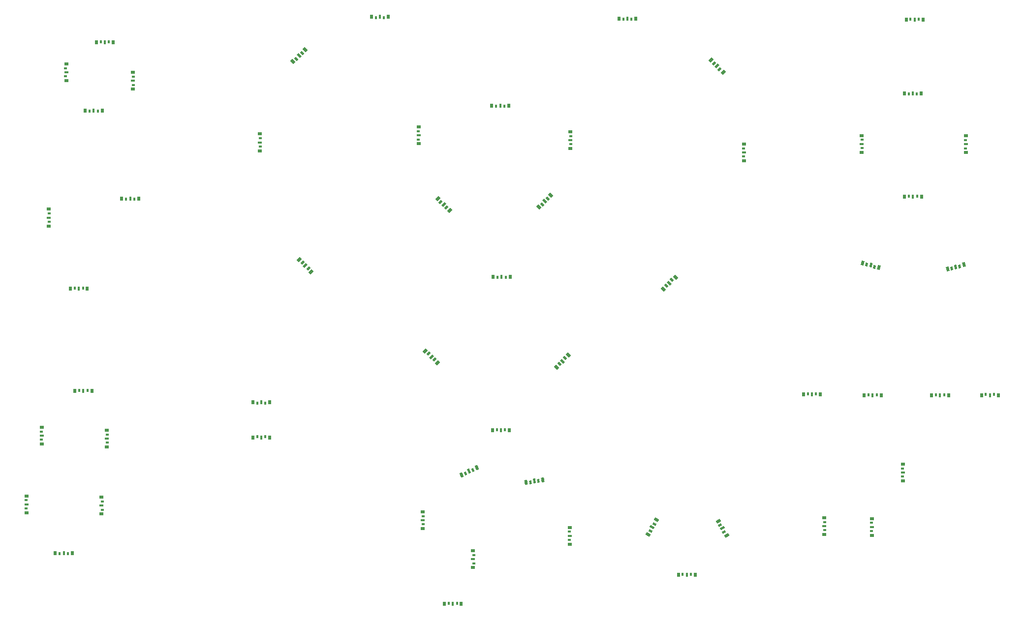
<source format=gbp>
G04 #@! TF.GenerationSoftware,KiCad,Pcbnew,9.0.0*
G04 #@! TF.CreationDate,2025-03-31T16:50:07-07:00*
G04 #@! TF.ProjectId,proto-for-mfg,70726f74-6f2d-4666-9f72-2d6d66672e6b,rev?*
G04 #@! TF.SameCoordinates,Original*
G04 #@! TF.FileFunction,Paste,Bot*
G04 #@! TF.FilePolarity,Positive*
%FSLAX46Y46*%
G04 Gerber Fmt 4.6, Leading zero omitted, Abs format (unit mm)*
G04 Created by KiCad (PCBNEW 9.0.0) date 2025-03-31 16:50:07*
%MOMM*%
%LPD*%
G01*
G04 APERTURE LIST*
G04 Aperture macros list*
%AMRotRect*
0 Rectangle, with rotation*
0 The origin of the aperture is its center*
0 $1 length*
0 $2 width*
0 $3 Rotation angle, in degrees counterclockwise*
0 Add horizontal line*
21,1,$1,$2,0,0,$3*%
G04 Aperture macros list end*
%ADD10RotRect,0.500000X0.800000X345.000000*%
%ADD11RotRect,0.400000X0.600000X345.000000*%
%ADD12RotRect,0.400000X0.800000X345.000000*%
%ADD13RotRect,0.500000X0.800000X225.000000*%
%ADD14RotRect,0.400000X0.600000X225.000000*%
%ADD15RotRect,0.400000X0.800000X225.000000*%
%ADD16R,0.500000X0.800000*%
%ADD17R,0.400000X0.600000*%
%ADD18R,0.400000X0.800000*%
%ADD19RotRect,0.500000X0.800000X15.000000*%
%ADD20RotRect,0.400000X0.600000X15.000000*%
%ADD21RotRect,0.400000X0.800000X15.000000*%
%ADD22RotRect,0.500000X0.800000X45.000000*%
%ADD23RotRect,0.400000X0.600000X45.000000*%
%ADD24RotRect,0.400000X0.800000X45.000000*%
%ADD25RotRect,0.500000X0.800000X10.000000*%
%ADD26RotRect,0.400000X0.600000X10.000000*%
%ADD27RotRect,0.400000X0.800000X10.000000*%
%ADD28R,0.800000X0.500000*%
%ADD29R,0.600000X0.400000*%
%ADD30R,0.800000X0.400000*%
%ADD31RotRect,0.500000X0.800000X315.000000*%
%ADD32RotRect,0.400000X0.600000X315.000000*%
%ADD33RotRect,0.400000X0.800000X315.000000*%
%ADD34RotRect,0.500000X0.800000X135.000000*%
%ADD35RotRect,0.400000X0.600000X135.000000*%
%ADD36RotRect,0.400000X0.800000X135.000000*%
%ADD37RotRect,0.500000X0.800000X60.000000*%
%ADD38RotRect,0.400000X0.600000X60.000000*%
%ADD39RotRect,0.400000X0.800000X60.000000*%
%ADD40RotRect,0.500000X0.800000X300.000000*%
%ADD41RotRect,0.400000X0.600000X300.000000*%
%ADD42RotRect,0.400000X0.800000X300.000000*%
%ADD43RotRect,0.500000X0.800000X25.000000*%
%ADD44RotRect,0.400000X0.600000X25.000000*%
%ADD45RotRect,0.400000X0.800000X25.000000*%
G04 APERTURE END LIST*
D10*
X183295181Y-85779468D03*
D11*
X182544855Y-85681947D03*
D12*
X181894589Y-85404181D03*
D11*
X181192559Y-85319600D03*
D10*
X180493997Y-85028893D03*
D13*
X127854906Y-102965031D03*
D14*
X128314525Y-102363990D03*
D15*
X128880210Y-101939726D03*
D14*
X129304474Y-101374041D03*
D13*
X129905515Y-100914422D03*
D16*
X98887855Y-42664305D03*
D17*
X98137855Y-42764305D03*
D18*
X97437855Y-42664305D03*
D17*
X96737855Y-42764305D03*
D16*
X95987855Y-42664305D03*
X108544855Y-143731947D03*
D17*
X109294855Y-143631947D03*
D18*
X109994855Y-143731947D03*
D17*
X110694855Y-143631947D03*
D16*
X111444855Y-143731947D03*
X180769855Y-107806947D03*
D17*
X181519855Y-107706947D03*
D18*
X182219855Y-107806947D03*
D17*
X182919855Y-107706947D03*
D16*
X183669855Y-107806947D03*
D19*
X197907506Y-85333363D03*
D20*
X197208944Y-85624070D03*
D21*
X196506914Y-85708651D03*
D20*
X195856648Y-85986417D03*
D19*
X195106322Y-86083938D03*
D16*
X119837855Y-87389305D03*
D17*
X119087855Y-87489305D03*
D18*
X118387855Y-87389305D03*
D17*
X117687855Y-87489305D03*
D16*
X116937855Y-87389305D03*
D22*
X84534804Y-48296287D03*
D23*
X84075185Y-48897328D03*
D24*
X83509500Y-49321592D03*
D23*
X83085236Y-49887277D03*
D22*
X82484195Y-50346896D03*
D16*
X55919855Y-73956947D03*
D17*
X55169855Y-74056947D03*
D18*
X54469855Y-73956947D03*
D17*
X53769855Y-74056947D03*
D16*
X53019855Y-73956947D03*
D25*
X125455011Y-122338626D03*
D26*
X124733769Y-122567343D03*
D27*
X124027039Y-122590416D03*
D26*
X123355039Y-122810450D03*
D25*
X122599069Y-122842205D03*
D28*
X173869855Y-128881947D03*
D29*
X173969855Y-129631947D03*
D30*
X173869855Y-130331947D03*
D29*
X173969855Y-131031947D03*
D28*
X173869855Y-131781947D03*
X39294855Y-116206947D03*
D29*
X39194855Y-115456947D03*
D30*
X39294855Y-114756947D03*
D29*
X39194855Y-114056947D03*
D28*
X39294855Y-113306947D03*
D16*
X44969855Y-107081947D03*
D17*
X45719855Y-106981947D03*
D18*
X46419855Y-107081947D03*
D17*
X47119855Y-106981947D03*
D16*
X47869855Y-107081947D03*
X200944855Y-107781947D03*
D17*
X201694855Y-107681947D03*
D18*
X202394855Y-107781947D03*
D17*
X203094855Y-107681947D03*
D16*
X203844855Y-107781947D03*
D28*
X160119855Y-67431947D03*
D29*
X160019855Y-66681947D03*
D30*
X160119855Y-65981947D03*
D29*
X160019855Y-65281947D03*
D28*
X160119855Y-64531947D03*
X198294855Y-66031834D03*
D29*
X198194855Y-65281834D03*
D30*
X198294855Y-64581834D03*
D29*
X198194855Y-63881834D03*
D28*
X198294855Y-63131834D03*
D16*
X78494855Y-109031947D03*
D17*
X77744855Y-109131947D03*
D18*
X77044855Y-109031947D03*
D17*
X76344855Y-109131947D03*
D16*
X75594855Y-109031947D03*
D28*
X36669855Y-128031947D03*
D29*
X36569855Y-127281947D03*
D30*
X36669855Y-126581947D03*
D29*
X36569855Y-125881947D03*
D28*
X36669855Y-125131947D03*
D16*
X44194855Y-89431947D03*
D17*
X44944855Y-89331947D03*
D18*
X45644855Y-89431947D03*
D17*
X46344855Y-89331947D03*
D16*
X47094855Y-89431947D03*
D28*
X104819855Y-127881947D03*
D29*
X104919855Y-128631947D03*
D30*
X104819855Y-129331947D03*
D29*
X104919855Y-130031947D03*
D28*
X104819855Y-130781947D03*
X187469855Y-122556947D03*
D29*
X187369855Y-121806947D03*
D30*
X187469855Y-121106947D03*
D29*
X187369855Y-120406947D03*
D28*
X187469855Y-119656947D03*
X54944855Y-52206947D03*
D29*
X55044855Y-52956947D03*
D30*
X54944855Y-53656947D03*
D29*
X55044855Y-54356947D03*
D28*
X54944855Y-55106947D03*
X130219855Y-62406947D03*
D29*
X130319855Y-63156947D03*
D30*
X130219855Y-63856947D03*
D29*
X130319855Y-64556947D03*
D28*
X130219855Y-65306947D03*
D16*
X116808683Y-113862029D03*
D17*
X117558683Y-113762029D03*
D18*
X118258683Y-113862029D03*
D17*
X118958683Y-113762029D03*
D16*
X119708683Y-113862029D03*
X48644855Y-47006947D03*
D17*
X49394855Y-46906947D03*
D18*
X50094855Y-47006947D03*
D17*
X50794855Y-46906947D03*
D16*
X51544855Y-47006947D03*
D13*
X146229906Y-89542607D03*
D14*
X146689525Y-88941566D03*
D15*
X147255210Y-88517302D03*
D14*
X147679474Y-87951617D03*
D13*
X148280515Y-87491998D03*
D31*
X109445896Y-75966566D03*
D32*
X108844855Y-75506947D03*
D33*
X108420591Y-74941262D03*
D32*
X107854906Y-74516998D03*
D31*
X107395287Y-73915957D03*
D34*
X83569550Y-84481643D03*
D35*
X84170591Y-84941262D03*
D36*
X84594855Y-85506947D03*
D35*
X85160540Y-85931211D03*
D34*
X85620159Y-86532252D03*
D16*
X187720555Y-73631947D03*
D17*
X188470555Y-73531947D03*
D18*
X189170555Y-73631947D03*
D17*
X189870555Y-73531947D03*
D16*
X190620555Y-73631947D03*
D28*
X113469855Y-134581947D03*
D29*
X113569855Y-135331947D03*
D30*
X113469855Y-136031947D03*
D29*
X113569855Y-136731947D03*
D28*
X113469855Y-137481947D03*
X76752213Y-62813947D03*
D29*
X76852213Y-63563947D03*
D30*
X76752213Y-64263947D03*
D29*
X76852213Y-64963947D03*
D28*
X76752213Y-65713947D03*
D37*
X145001554Y-129276210D03*
D38*
X144713156Y-129975729D03*
D39*
X144276554Y-130531947D03*
D38*
X144013156Y-131188165D03*
D37*
X143551554Y-131787684D03*
D28*
X50419855Y-113806947D03*
D29*
X50519855Y-114556947D03*
D30*
X50419855Y-115256947D03*
D29*
X50519855Y-115956947D03*
D28*
X50419855Y-116706947D03*
D16*
X190569855Y-55856947D03*
D17*
X189819855Y-55956947D03*
D18*
X189119855Y-55856947D03*
D17*
X188419855Y-55956947D03*
D16*
X187669855Y-55856947D03*
D28*
X104144855Y-64506947D03*
D29*
X104044855Y-63756947D03*
D30*
X104144855Y-63056947D03*
D29*
X104044855Y-62356947D03*
D28*
X104144855Y-61606947D03*
D16*
X170319855Y-107681947D03*
D17*
X171069855Y-107581947D03*
D18*
X171769855Y-107681947D03*
D17*
X172469855Y-107581947D03*
D16*
X173219855Y-107681947D03*
X192369855Y-107806947D03*
D17*
X193119855Y-107706947D03*
D18*
X193819855Y-107806947D03*
D17*
X194519855Y-107706947D03*
D16*
X195269855Y-107806947D03*
D34*
X105259195Y-100166998D03*
D35*
X105860236Y-100626617D03*
D36*
X106284500Y-101192302D03*
D35*
X106850185Y-101616566D03*
D34*
X107309804Y-102217607D03*
D16*
X49644855Y-58756947D03*
D17*
X48894855Y-58856947D03*
D18*
X48194855Y-58756947D03*
D17*
X47494855Y-58856947D03*
D16*
X46744855Y-58756947D03*
D22*
X126794855Y-73356947D03*
D23*
X126335236Y-73957988D03*
D24*
X125769551Y-74382252D03*
D23*
X125345287Y-74947937D03*
D22*
X124744246Y-75407556D03*
D28*
X43469855Y-53631947D03*
D29*
X43369855Y-52881947D03*
D30*
X43469855Y-52181947D03*
D29*
X43369855Y-51481947D03*
D28*
X43469855Y-50731947D03*
D16*
X141488863Y-42956947D03*
D17*
X140738863Y-43056947D03*
D18*
X140038863Y-42956947D03*
D17*
X139338863Y-43056947D03*
D16*
X138588863Y-42956947D03*
X75594855Y-115056947D03*
D17*
X76344855Y-114956947D03*
D18*
X77044855Y-115056947D03*
D17*
X77744855Y-114956947D03*
D16*
X78494855Y-115056947D03*
X148794855Y-138706947D03*
D17*
X149544855Y-138606947D03*
D18*
X150244855Y-138706947D03*
D17*
X150944855Y-138606947D03*
D16*
X151694855Y-138706947D03*
D40*
X157113156Y-131962684D03*
D41*
X156651554Y-131363165D03*
D42*
X156388156Y-130706947D03*
D41*
X155951554Y-130150729D03*
D40*
X155663156Y-129451210D03*
D16*
X119594855Y-57906947D03*
D17*
X118844855Y-58006947D03*
D18*
X118144855Y-57906947D03*
D17*
X117444855Y-58006947D03*
D16*
X116694855Y-57906947D03*
D31*
X156494288Y-52151056D03*
D32*
X155893247Y-51691437D03*
D33*
X155468983Y-51125752D03*
D32*
X154903298Y-50701488D03*
D31*
X154443679Y-50100447D03*
D28*
X49544855Y-125356947D03*
D29*
X49644855Y-126106947D03*
D30*
X49544855Y-126806947D03*
D29*
X49644855Y-127506947D03*
D28*
X49544855Y-128256947D03*
X40477213Y-75763947D03*
D29*
X40577213Y-76513947D03*
D30*
X40477213Y-77213947D03*
D29*
X40577213Y-77913947D03*
D28*
X40477213Y-78663947D03*
X130144855Y-133456947D03*
D29*
X130044855Y-132706947D03*
D30*
X130144855Y-132006947D03*
D29*
X130044855Y-131306947D03*
D28*
X130144855Y-130556947D03*
D16*
X44494855Y-134981947D03*
D17*
X43744855Y-135081947D03*
D18*
X43044855Y-134981947D03*
D17*
X42344855Y-135081947D03*
D16*
X41594855Y-134981947D03*
X187994855Y-43131947D03*
D17*
X188744855Y-43031947D03*
D18*
X189444855Y-43131947D03*
D17*
X190144855Y-43031947D03*
D16*
X190894855Y-43131947D03*
D43*
X114112870Y-120273835D03*
D44*
X113475401Y-120681430D03*
D45*
X112798724Y-120886632D03*
D44*
X112206570Y-121273095D03*
D43*
X111484578Y-121499428D03*
D28*
X180294855Y-63081947D03*
D29*
X180394855Y-63831947D03*
D30*
X180294855Y-64531947D03*
D29*
X180394855Y-65231947D03*
D28*
X180294855Y-65981947D03*
X182119855Y-131931947D03*
D29*
X182019855Y-131181947D03*
D30*
X182119855Y-130481947D03*
D29*
X182019855Y-129781947D03*
D28*
X182119855Y-129031947D03*
M02*

</source>
